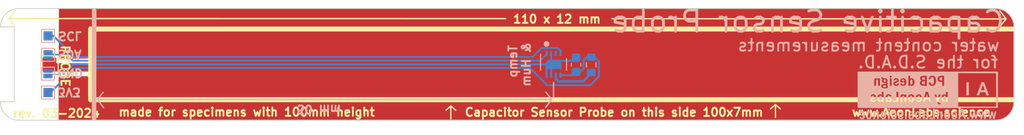
<source format=kicad_pcb>
(kicad_pcb (version 20221018) (generator pcbnew)
  (layers (0 "F.Cu" signal) (31 "B.Cu" signal) (34 "B.Paste" user) (35 "F.Paste" user) (36 "B.SilkS" user "B.Silkscreen") (37 "F.SilkS" user "F.Silkscreen") (38 "B.Mask" user) (39 "F.Mask" user) (44 "Edge.Cuts" user))
  (net 0 "")
  (net 1 "PROBE")
  (net 2 "GND")
  (net 3 "3V3")
  (net 4 "GPIO8_I2C_SDA")
  (net 6 "GPIO9_I2C_SCL")
  (net 7 "Net-(SH1-~{RESET})")
  (footprint "TestPoint:TestPoint_Pad_1.5x1.5mm" (layer "F.Cu") (at 78.81 100.58)
    (fp_text reference "J1" hide)
    (fp_text value "Conn_01x01_Pin" hide)
    (pad "1" smd rect (at 0 0) (size 1.5 1.5) (layers "F.Cu" "F.Mask") (net 1 "PROBE"))
  )
  (footprint "TestPoint:TestPoint_Pad_1.0x1.0mm" (layer "B.Cu") (at 78.65 103.62 180)
    (fp_text reference "J5" hide)
    (fp_text value "Conn_01x01_Pin" hide)
    (pad "1" smd rect (at 0 0 180) (size 1 1) (layers "B.Cu" "B.Mask") (net 3 "3V3"))
  )
  (footprint "TestPoint:TestPoint_Pad_1.0x1.0mm" (layer "B.Cu") (at 78.66 97.47 180)
    (fp_text reference "J4" hide)
    (fp_text value "Conn_01x01_Pin" hide)
    (pad "1" smd rect (at 0 0 180) (size 1 1) (layers "B.Cu" "B.Mask") (net 6 "GPIO9_I2C_SCL"))
  )
  (footprint "AeonLabs Logos:aeonlabs science" (layer "B.Cu") (at 174.189702 103.971553 180)
    (fp_text reference "G***" hide)
    (fp_text value "LOGO" hide)
  )
  (footprint "TestPoint:TestPoint_Pad_1.0x1.0mm" (layer "B.Cu") (at 78.66 99.52 180)
    (fp_text reference "J3" hide)
    (fp_text value "Conn_01x01_Pin" hide)
    (pad "1" smd rect (at 0 0 180) (size 1 1) (layers "B.Cu" "B.Mask") (net 4 "GPIO8_I2C_SDA"))
  )
  (footprint "Capacitor_SMD:C_0603_1608Metric" (layer "B.Cu") (at 136 100.6 -90)
    (fp_text reference "IMUC1" hide)
    (fp_text value "100nF" hide)
    (pad "1" smd roundrect (at -0.775 0 270) (size 0.9 0.95) (layers "B.Cu" "B.Paste" "B.Mask") (net 2 "GND"))
    (pad "2" smd roundrect (at 0.775 0 270) (size 0.9 0.95) (layers "B.Cu" "B.Paste" "B.Mask") (net 3 "3V3"))
  )
  (footprint "TestPoint:TestPoint_Pad_1.0x1.0mm" (layer "B.Cu") (at 78.65 101.57 180)
    (fp_text reference "J6" hide)
    (fp_text value "Conn_01x01_Pin" hide)
    (pad "1" smd rect (at 0 0 180) (size 1 1) (layers "B.Cu" "B.Mask") (net 2 "GND"))
  )
  (footprint "AeonLabs_Sensors:Sensirion_DFN-8-1EP_2.5x2.5mm_P0.5mm_EP1.1x1.7mm" (layer "B.Cu") (at 133.55 100.56 -90)
    (fp_text reference "SH1" hide)
    (fp_text value "SHT31-DIS" hide)
    (pad "1" smd rect (at -1.175 0.75 270) (size 0.55 0.25) (layers "B.Cu" "B.Paste" "B.Mask") (net 4 "GPIO8_I2C_SDA"))
    (pad "2" smd rect (at -1.175 0.25 270) (size 0.55 0.25) (layers "B.Cu" "B.Paste" "B.Mask") (net 2 "GND"))
    (pad "3" smd rect (at -1.175 -0.25 270) (size 0.55 0.25) (layers "B.Cu" "B.Paste" "B.Mask"))
    (pad "4" smd rect (at -1.175 -0.75 90) (size 0.55 0.25) (layers "B.Cu" "B.Paste" "B.Mask") (net 6 "GPIO9_I2C_SCL"))
    (pad "5" smd rect (at 1.175 -0.75 270) (size 0.55 0.25) (layers "B.Cu" "B.Paste" "B.Mask") (net 3 "3V3"))
    (pad "6" smd rect (at 1.175 -0.25 270) (size 0.55 0.25) (layers "B.Cu" "B.Paste" "B.Mask") (net 7 "Net-(SH1-~{RESET})"))
    (pad "7" smd rect (at 1.175 0.25 270) (size 0.55 0.25) (layers "B.Cu" "B.Paste" "B.Mask") (net 2 "GND"))
    (pad "8" smd rect (at 1.175 0.75 270) (size 0.55 0.25) (layers "B.Cu" "B.Paste" "B.Mask") (net 2 "GND"))
    (pad "9" smd custom (at 0 0 270) (size 1 1) (layers "B.Cu" "B.Mask") (net 2 "GND") (options (clearance outline) (anchor circle)) (primitives (gr_poly (pts (xy 0.5 -0.85) (xy -0.5 -0.85) (xy -0.5 0.55) (xy -0.2 0.85) (xy 0.5 0.85)) (width 0) (fill yes))))
  )
  (footprint "Resistor_SMD:R_0603_1608Metric" (layer "B.Cu") (at 137.64 100.61 -90)
    (fp_text reference "RSTR1" hide)
    (fp_text value "10K" hide)
    (pad "1" smd roundrect (at -0.825 0 270) (size 0.8 0.95) (layers "B.Cu" "B.Paste" "B.Mask") (net 3 "3V3"))
    (pad "2" smd roundrect (at 0.825 0 270) (size 0.8 0.95) (layers "B.Cu" "B.Paste" "B.Mask") (net 7 "Net-(SH1-~{RESET})"))
  )
  (gr_line (start 133.55 104.065) (end 133.55 102.515) (stroke (width 0.15)) (layer "B.SilkS"))
  (gr_line (start 83.67 94.69) (end 83.65 106.42) (stroke (width 0.5)) (layer "B.SilkS"))
  (gr_line (start 84.69 105.26) (end 84.02 104.37) (stroke (width 0.15)) (layer "B.SilkS"))
  (gr_line (start 84.65 103.59) (end 84.02 104.37) (stroke (width 0.15)) (layer "B.SilkS"))
  (gr_circle (center 132.79 98.34439) (end 132.95 98.34439) (stroke (width 0.3)) (fill none) (layer "B.SilkS"))
  (gr_line (start 132.68 105.25) (end 133.35 104.36) (stroke (width 0.15)) (layer "B.SilkS"))
  (gr_line (start 132.72 103.58) (end 133.35 104.36) (stroke (width 0.15)) (layer "B.SilkS"))
  (gr_line (start 133.35 104.36) (end 84.02 104.37) (stroke (width 0.15)) (layer "B.SilkS"))
  (gr_line (start 157.65 104.93) (end 158.18 105.39) (stroke (width 0.15)) (layer "F.SilkS"))
  (gr_line (start 74.415 95.585) (end 75.085 94.695) (stroke (width 0.15)) (layer "F.SilkS"))
  (gr_line (start 74.415 95.585) (end 75.045 96.365) (stroke (width 0.15)) (layer "F.SilkS"))
  (gr_line (start 182.69 95.63) (end 182.06 96.41) (stroke (width 0.15)) (layer "F.SilkS"))
  (gr_rect (start 83.53 104.21) (end 183.46 104.59) (stroke (width 0.15)) (fill solid) (layer "F.SilkS"))
  (gr_line (start 74.415 95.585) (end 128.34 95.59) (stroke (width 0.15)) (layer "F.SilkS"))
  (gr_line (start 139.89 95.6) (end 182.69 95.63) (stroke (width 0.15)) (layer "F.SilkS"))
  (gr_line (start 122.4 105.08) (end 121.87 105.54) (stroke (width 0.15)) (layer "F.SilkS"))
  (gr_line (start 157.65 104.93) (end 157.12 105.39) (stroke (width 0.15)) (layer "F.SilkS"))
  (gr_line (start 157.65 106.33) (end 157.65 104.93) (stroke (width 0.15)) (layer "F.SilkS"))
  (gr_line (start 122.4 105.08) (end 122.93 105.54) (stroke (width 0.15)) (layer "F.SilkS"))
  (gr_line (start 83.27 104.43) (end 83.27 96.68) (stroke (width 0.5)) (layer "F.SilkS"))
  (gr_rect (start 83.55 96.53) (end 183.48 96.91) (stroke (width 0.15)) (fill solid) (layer "F.SilkS"))
  (gr_line (start 122.4 106.48) (end 122.4 105.08) (stroke (width 0.15)) (layer "F.SilkS"))
  (gr_line (start 182.69 95.63) (end 182.02 94.74) (stroke (width 0.15)) (layer "F.SilkS"))
  (gr_arc (start 75.49 106.63) (mid 74.075786 106.044214) (end 73.49 104.63) (stroke (width 0.1)) (layer "Edge.Cuts"))
  (gr_arc (start 73.49 96.49) (mid 74.075786 95.075786) (end 75.49 94.49) (stroke (width 0.1)) (layer "Edge.Cuts"))
  (gr_line (start 75.49 94.49) (end 181.56 94.49) (stroke (width 0.1)) (layer "Edge.Cuts"))
  (gr_line (start 181.56 106.63) (end 75.49 106.63) (stroke (width 0.1)) (layer "Edge.Cuts"))
  (gr_line (start 73.49 104.63) (end 74.99 104.63) (stroke (width 0.1)) (layer "Edge.Cuts"))
  (gr_line (start 74.99 96.49) (end 73.49 96.49) (stroke (width 0.1)) (layer "Edge.Cuts"))
  (gr_arc (start 183.56 104.63) (mid 182.974214 106.044214) (end 181.56 106.63) (stroke (width 0.1)) (layer "Edge.Cuts"))
  (gr_line (start 183.56 96.49) (end 183.56 104.63) (stroke (width 0.1)) (layer "Edge.Cuts"))
  (gr_arc (start 181.56 94.49) (mid 182.974214 95.075786) (end 183.56 96.49) (stroke (width 0.1)) (layer "Edge.Cuts"))
  (gr_line (start 74.99 104.63) (end 74.99 96.49) (stroke (width 0.1)) (layer "Edge.Cuts"))
  (gr_text "3V3" (at 80.94 103.57 180) (layer "B.SilkS") (effects (font (size 0.9 0.9) (thickness 0.2)) (justify mirror)))
  (gr_text "GND" (at 81.05 101.49 180) (layer "B.SilkS") (effects (font (size 0.9 0.9) (thickness 0.2)) (justify mirror)))
  (gr_text "Temp \n& Hum" (at 129.86 100.57 90) (layer "B.SilkS") (effects (font (size 0.9 0.9) (thickness 0.2)) (justify mirror)))
  (gr_text "SDA" (at 81.01 99.44 180) (layer "B.SilkS") (effects (font (size 0.9 0.9) (thickness 0.2)) (justify mirror)))
  (gr_text "for the S.D.A.D." (at 174.21 100.33) (layer "B.SilkS") (effects (font (size 1.3 1.3) (thickness 0.2)) (justify mirror)))
  (gr_text " Capacitive Sensor Probe" (at 162.03 95.91) (layer "B.SilkS") (effects (font (size 2.3 2.3) (thickness 0.3)) (justify mirror)))
  (gr_text "water content measurements" (at 167.77 98.48) (layer "B.SilkS") (effects (font (size 1.3 1.3) (thickness 0.2)) (justify mirror)))
  (gr_text "SCL" (at 81.04 97.47 180) (layer "B.SilkS") (effects (font (size 0.9 0.9) (thickness 0.2)) (justify mirror)))
  (gr_text "50 mm" (at 108.07 105.43 180) (layer "B.SilkS") (effects (font (size 0.9 0.9) (thickness 0.2)) (justify mirror)))
  (gr_text "Capacitor Sensor Probe on this side 100x7mm" (at 140.13 105.76) (layer "F.SilkS") (effects (font (size 0.9 0.9) (thickness 0.2))))
  (gr_text "made for specimens with 100mm height" (at 100.23 105.74) (layer "F.SilkS") (effects (font (size 0.9 0.9) (thickness 0.2))))
  (gr_text "PROBE" (at 80.52 100.74 -90) (layer "F.SilkS") (effects (font (size 0.9 0.9) (thickness 0.2))))
  (gr_text "110 x 12 mm" (at 133.92 95.64) (layer "F.SilkS") (effects (font (size 0.9 0.9) (thickness 0.2))))
  (gr_text "rev. 03-2024" (at 79.56 105.87) (layer "F.SilkS") (effects (font (size 0.9 0.9) (thickness 0.2))))
  (gr_text "www.AeonLabs.science" (at 173.49 105.75) (layer "F.SilkS") (effects (font (size 0.9 0.9) (thickness 0.2))))
  (segment (start 78.81 100.58) (end 79.12 100.89) (width 0.9) (layer "F.Cu") (net 1))
  (segment (start 79.12 100.89) (end 110.953772 100.89) (width 0.9) (layer "F.Cu") (net 1))
  (segment (start 133.95 100.16) (end 135.665 100.16) (width 0.2) (layer "B.Cu") (net 2))
  (segment (start 132.8 101.7525) (end 132.8 100.8275) (width 0.2) (layer "B.Cu") (net 2))
  (segment (start 135.665 100.16) (end 136 99.825) (width 0.2) (layer "B.Cu") (net 2))
  (segment (start 133.3 100.31) (end 133.55 100.56) (width 0.2) (layer "B.Cu") (net 2))
  (segment (start 81.409314 100.56) (end 80.399314 101.57) (width 0.2) (layer "B.Cu") (net 2))
  (segment (start 133.3 101.735) (end 133.3 100.81) (width 0.2) (layer "B.Cu") (net 2))
  (segment (start 133.55 100.56) (end 81.409314 100.56) (width 0.2) (layer "B.Cu") (net 2))
  (segment (start 133.3 99.385) (end 133.3 100.31) (width 0.2) (layer "B.Cu") (net 2))
  (segment (start 133.55 100.56) (end 133.95 100.16) (width 0.2) (layer "B.Cu") (net 2))
  (segment (start 80.399314 101.57) (end 78.65 101.57) (width 0.2) (layer "B.Cu") (net 2))
  (segment (start 133.3 100.81) (end 133.55 100.56) (width 0.2) (layer "B.Cu") (net 2))
  (segment (start 78.65 103.62) (end 78.915 103.62) (width 0.2) (layer "B.Cu") (net 3))
  (segment (start 137.535 102.825) (end 138.48 101.88) (width 0.2) (layer "B.Cu") (net 3))
  (segment (start 136 101.375) (end 136.465 101.375) (width 0.2) (layer "B.Cu") (net 3))
  (segment (start 135.64 101.735) (end 136 101.375) (width 0.2) (layer "B.Cu") (net 3))
  (segment (start 136 101.375) (end 136 101.47) (width 0.2) (layer "B.Cu") (net 3))
  (segment (start 131 100.96) (end 132.865 102.825) (width 0.2) (layer "B.Cu") (net 3))
  (segment (start 81.575 100.96) (end 131 100.96) (width 0.2) (layer "B.Cu") (net 3))
  (segment (start 138.48 100.24) (end 138.025 99.785) (width 0.2) (layer "B.Cu") (net 3))
  (segment (start 138.48 101.88) (end 138.48 100.24) (width 0.2) (layer "B.Cu") (net 3))
  (segment (start 134.3 101.735) (end 135.64 101.735) (width 0.2) (layer "B.Cu") (net 3))
  (segment (start 136.83 101.01) (end 136.83 100.07) (width 0.2) (layer "B.Cu") (net 3))
  (segment (start 78.915 103.62) (end 81.575 100.96) (width 0.2) (layer "B.Cu") (net 3))
  (segment (start 138.025 99.785) (end 137.64 99.785) (width 0.2) (layer "B.Cu") (net 3))
  (segment (start 136.465 101.375) (end 136.83 101.01) (width 0.2) (layer "B.Cu") (net 3))
  (segment (start 137.115 99.785) (end 137.64 99.785) (width 0.2) (layer "B.Cu") (net 3))
  (segment (start 136.83 100.07) (end 137.115 99.785) (width 0.2) (layer "B.Cu") (net 3))
  (segment (start 132.865 102.825) (end 137.535 102.825) (width 0.2) (layer "B.Cu") (net 3))
  (segment (start 132.8 99.48) (end 132.12 100.16) (width 0.2) (layer "B.Cu") (net 4))
  (segment (start 80.72 99.52) (end 78.66 99.52) (width 0.2) (layer "B.Cu") (net 4))
  (segment (start 132.8 99.385) (end 132.8 99.48) (width 0.2) (layer "B.Cu") (net 4))
  (segment (start 132.12 100.16) (end 81.36 100.16) (width 0.2) (layer "B.Cu") (net 4))
  (segment (start 81.36 100.16) (end 80.72 99.52) (width 0.2) (layer "B.Cu") (net 4))
  (segment (start 79.235686 97.47) (end 78.66 97.47) (width 0.2) (layer "B.Cu") (net 6))
  (segment (start 81.525686 99.76) (end 79.235686 97.47) (width 0.2) (layer "B.Cu") (net 6))
  (segment (start 131.28 99.76) (end 81.525686 99.76) (width 0.2) (layer "B.Cu") (net 6))
  (segment (start 134.04 98.78) (end 132.26 98.78) (width 0.2) (layer "B.Cu") (net 6))
  (segment (start 134.3 99.385) (end 134.3 99.04) (width 0.2) (layer "B.Cu") (net 6))
  (segment (start 132.26 98.78) (end 131.28 99.76) (width 0.2) (layer "B.Cu") (net 6))
  (segment (start 134.3 99.04) (end 134.04 98.78) (width 0.2) (layer "B.Cu") (net 6))
  (segment (start 133.8 102.16) (end 134.04 102.4) (width 0.25) (layer "B.Cu") (net 7))
  (segment (start 136.78 102.4) (end 137.64 101.54) (width 0.25) (layer "B.Cu") (net 7))
  (segment (start 137.64 101.54) (end 137.64 101.435) (width 0.25) (layer "B.Cu") (net 7))
  (segment (start 134.04 102.4) (end 136.78 102.4) (width 0.25) (layer "B.Cu") (net 7))
  (segment (start 133.8 101.735) (end 133.8 102.16) (width 0.25) (layer "B.Cu") (net 7))
  (zone (net 0) (net_name "") (layer "F.Cu") (connect_pads (clearance 0.508)) (min_thickness 0.254) (fill yes (thermal_gap 0.508) (thermal_bridge_width 0.508))
    (polygon (pts (xy 79.84 93.83) (xy 184.51 93.57) (xy 184.65 107.71) (xy 79.79 108.27)))
  )
  (zone (net 1) (net_name "PROBE") (layer "F.Cu") (priority 1) (connect_pads (clearance 0.5)) (min_thickness 0.25) (fill yes (thermal_gap 0.5) (thermal_bridge_width 0.5) (island_removal_mode 1) (island_area_min 10))
    (polygon (pts (xy 183.75 96.99) (xy 83.53 96.99) (xy 83.54 104.14) (xy 183.77 104.14)))
  )
)
</source>
